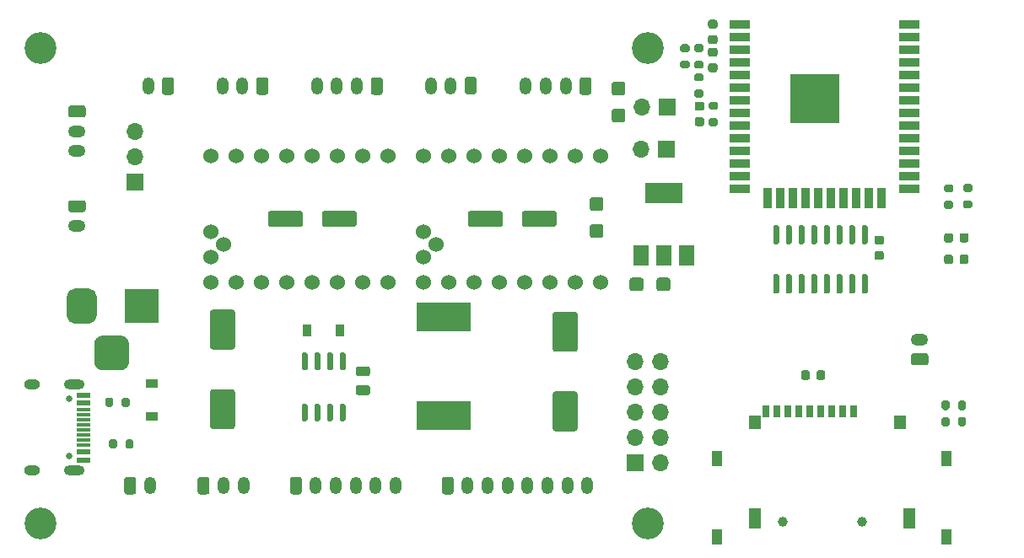
<source format=gts>
G04 #@! TF.GenerationSoftware,KiCad,Pcbnew,(5.1.10)-1*
G04 #@! TF.CreationDate,2022-06-03T14:06:02+01:00*
G04 #@! TF.ProjectId,ESP32_Plotter_Controller_revB1,45535033-325f-4506-9c6f-747465725f43,rev?*
G04 #@! TF.SameCoordinates,Original*
G04 #@! TF.FileFunction,Soldermask,Top*
G04 #@! TF.FilePolarity,Negative*
%FSLAX46Y46*%
G04 Gerber Fmt 4.6, Leading zero omitted, Abs format (unit mm)*
G04 Created by KiCad (PCBNEW (5.1.10)-1) date 2022-06-03 14:06:02*
%MOMM*%
%LPD*%
G01*
G04 APERTURE LIST*
%ADD10R,2.000000X0.900000*%
%ADD11R,0.900000X2.000000*%
%ADD12R,5.000000X5.000000*%
%ADD13R,1.200000X0.900000*%
%ADD14R,0.900000X1.200000*%
%ADD15O,1.200000X1.750000*%
%ADD16R,1.450000X0.600000*%
%ADD17R,1.450000X0.300000*%
%ADD18O,2.100000X1.000000*%
%ADD19C,0.650000*%
%ADD20O,1.600000X1.000000*%
%ADD21R,3.500000X3.500000*%
%ADD22C,1.524000*%
%ADD23C,3.200000*%
%ADD24O,1.700000X1.700000*%
%ADD25R,1.700000X1.700000*%
%ADD26R,5.400000X2.900000*%
%ADD27R,1.500000X2.000000*%
%ADD28R,3.800000X2.000000*%
%ADD29O,1.750000X1.200000*%
%ADD30R,1.000000X1.500000*%
%ADD31C,1.000000*%
%ADD32R,1.200000X2.000000*%
%ADD33R,1.200000X1.400000*%
%ADD34R,0.700000X1.300000*%
G04 APERTURE END LIST*
D10*
X116450000Y-70485000D03*
X116450000Y-71755000D03*
X116450000Y-73025000D03*
X116450000Y-74295000D03*
X116450000Y-75565000D03*
X116450000Y-76835000D03*
X116450000Y-78105000D03*
X116450000Y-79375000D03*
X116450000Y-80645000D03*
X116450000Y-81915000D03*
X116450000Y-83185000D03*
X116450000Y-84455000D03*
X116450000Y-85725000D03*
X116450000Y-86995000D03*
D11*
X113665000Y-87995000D03*
X112395000Y-87995000D03*
X111125000Y-87995000D03*
X109855000Y-87995000D03*
X108585000Y-87995000D03*
X107315000Y-87995000D03*
X106045000Y-87995000D03*
X104775000Y-87995000D03*
X103505000Y-87995000D03*
X102235000Y-87995000D03*
D10*
X99450000Y-86995000D03*
X99450000Y-85725000D03*
X99450000Y-84455000D03*
X99450000Y-83185000D03*
X99450000Y-81915000D03*
X99450000Y-80645000D03*
X99450000Y-79375000D03*
X99450000Y-78105000D03*
X99450000Y-76835000D03*
X99450000Y-75565000D03*
X99450000Y-74295000D03*
X99450000Y-73025000D03*
X99450000Y-71755000D03*
X99450000Y-70485000D03*
D12*
X106950000Y-77985000D03*
G36*
G01*
X59413000Y-108634000D02*
X59713000Y-108634000D01*
G75*
G02*
X59863000Y-108784000I0J-150000D01*
G01*
X59863000Y-110234000D01*
G75*
G02*
X59713000Y-110384000I-150000J0D01*
G01*
X59413000Y-110384000D01*
G75*
G02*
X59263000Y-110234000I0J150000D01*
G01*
X59263000Y-108784000D01*
G75*
G02*
X59413000Y-108634000I150000J0D01*
G01*
G37*
G36*
G01*
X58143000Y-108634000D02*
X58443000Y-108634000D01*
G75*
G02*
X58593000Y-108784000I0J-150000D01*
G01*
X58593000Y-110234000D01*
G75*
G02*
X58443000Y-110384000I-150000J0D01*
G01*
X58143000Y-110384000D01*
G75*
G02*
X57993000Y-110234000I0J150000D01*
G01*
X57993000Y-108784000D01*
G75*
G02*
X58143000Y-108634000I150000J0D01*
G01*
G37*
G36*
G01*
X56873000Y-108634000D02*
X57173000Y-108634000D01*
G75*
G02*
X57323000Y-108784000I0J-150000D01*
G01*
X57323000Y-110234000D01*
G75*
G02*
X57173000Y-110384000I-150000J0D01*
G01*
X56873000Y-110384000D01*
G75*
G02*
X56723000Y-110234000I0J150000D01*
G01*
X56723000Y-108784000D01*
G75*
G02*
X56873000Y-108634000I150000J0D01*
G01*
G37*
G36*
G01*
X55603000Y-108634000D02*
X55903000Y-108634000D01*
G75*
G02*
X56053000Y-108784000I0J-150000D01*
G01*
X56053000Y-110234000D01*
G75*
G02*
X55903000Y-110384000I-150000J0D01*
G01*
X55603000Y-110384000D01*
G75*
G02*
X55453000Y-110234000I0J150000D01*
G01*
X55453000Y-108784000D01*
G75*
G02*
X55603000Y-108634000I150000J0D01*
G01*
G37*
G36*
G01*
X55603000Y-103484000D02*
X55903000Y-103484000D01*
G75*
G02*
X56053000Y-103634000I0J-150000D01*
G01*
X56053000Y-105084000D01*
G75*
G02*
X55903000Y-105234000I-150000J0D01*
G01*
X55603000Y-105234000D01*
G75*
G02*
X55453000Y-105084000I0J150000D01*
G01*
X55453000Y-103634000D01*
G75*
G02*
X55603000Y-103484000I150000J0D01*
G01*
G37*
G36*
G01*
X56873000Y-103484000D02*
X57173000Y-103484000D01*
G75*
G02*
X57323000Y-103634000I0J-150000D01*
G01*
X57323000Y-105084000D01*
G75*
G02*
X57173000Y-105234000I-150000J0D01*
G01*
X56873000Y-105234000D01*
G75*
G02*
X56723000Y-105084000I0J150000D01*
G01*
X56723000Y-103634000D01*
G75*
G02*
X56873000Y-103484000I150000J0D01*
G01*
G37*
G36*
G01*
X58143000Y-103484000D02*
X58443000Y-103484000D01*
G75*
G02*
X58593000Y-103634000I0J-150000D01*
G01*
X58593000Y-105084000D01*
G75*
G02*
X58443000Y-105234000I-150000J0D01*
G01*
X58143000Y-105234000D01*
G75*
G02*
X57993000Y-105084000I0J150000D01*
G01*
X57993000Y-103634000D01*
G75*
G02*
X58143000Y-103484000I150000J0D01*
G01*
G37*
G36*
G01*
X59413000Y-103484000D02*
X59713000Y-103484000D01*
G75*
G02*
X59863000Y-103634000I0J-150000D01*
G01*
X59863000Y-105084000D01*
G75*
G02*
X59713000Y-105234000I-150000J0D01*
G01*
X59413000Y-105234000D01*
G75*
G02*
X59263000Y-105084000I0J150000D01*
G01*
X59263000Y-103634000D01*
G75*
G02*
X59413000Y-103484000I150000J0D01*
G01*
G37*
D13*
X40386000Y-106554000D03*
X40386000Y-109854000D03*
D14*
X56008000Y-101219000D03*
X59308000Y-101219000D03*
G36*
G01*
X85464201Y-89266000D02*
X84614199Y-89266000D01*
G75*
G02*
X84364200Y-89016001I0J249999D01*
G01*
X84364200Y-88115999D01*
G75*
G02*
X84614199Y-87866000I249999J0D01*
G01*
X85464201Y-87866000D01*
G75*
G02*
X85714200Y-88115999I0J-249999D01*
G01*
X85714200Y-89016001D01*
G75*
G02*
X85464201Y-89266000I-249999J0D01*
G01*
G37*
G36*
G01*
X85464201Y-91966000D02*
X84614199Y-91966000D01*
G75*
G02*
X84364200Y-91716001I0J249999D01*
G01*
X84364200Y-90815999D01*
G75*
G02*
X84614199Y-90566000I249999J0D01*
G01*
X85464201Y-90566000D01*
G75*
G02*
X85714200Y-90815999I0J-249999D01*
G01*
X85714200Y-91716001D01*
G75*
G02*
X85464201Y-91966000I-249999J0D01*
G01*
G37*
G36*
G01*
X89757500Y-96196599D02*
X89757500Y-97046601D01*
G75*
G02*
X89507501Y-97296600I-249999J0D01*
G01*
X88607499Y-97296600D01*
G75*
G02*
X88357500Y-97046601I0J249999D01*
G01*
X88357500Y-96196599D01*
G75*
G02*
X88607499Y-95946600I249999J0D01*
G01*
X89507501Y-95946600D01*
G75*
G02*
X89757500Y-96196599I0J-249999D01*
G01*
G37*
G36*
G01*
X92457500Y-96196599D02*
X92457500Y-97046601D01*
G75*
G02*
X92207501Y-97296600I-249999J0D01*
G01*
X91307499Y-97296600D01*
G75*
G02*
X91057500Y-97046601I0J249999D01*
G01*
X91057500Y-96196599D01*
G75*
G02*
X91307499Y-95946600I249999J0D01*
G01*
X92207501Y-95946600D01*
G75*
G02*
X92457500Y-96196599I0J-249999D01*
G01*
G37*
G36*
G01*
X111801000Y-95607000D02*
X112101000Y-95607000D01*
G75*
G02*
X112251000Y-95757000I0J-150000D01*
G01*
X112251000Y-97407000D01*
G75*
G02*
X112101000Y-97557000I-150000J0D01*
G01*
X111801000Y-97557000D01*
G75*
G02*
X111651000Y-97407000I0J150000D01*
G01*
X111651000Y-95757000D01*
G75*
G02*
X111801000Y-95607000I150000J0D01*
G01*
G37*
G36*
G01*
X110531000Y-95607000D02*
X110831000Y-95607000D01*
G75*
G02*
X110981000Y-95757000I0J-150000D01*
G01*
X110981000Y-97407000D01*
G75*
G02*
X110831000Y-97557000I-150000J0D01*
G01*
X110531000Y-97557000D01*
G75*
G02*
X110381000Y-97407000I0J150000D01*
G01*
X110381000Y-95757000D01*
G75*
G02*
X110531000Y-95607000I150000J0D01*
G01*
G37*
G36*
G01*
X109261000Y-95607000D02*
X109561000Y-95607000D01*
G75*
G02*
X109711000Y-95757000I0J-150000D01*
G01*
X109711000Y-97407000D01*
G75*
G02*
X109561000Y-97557000I-150000J0D01*
G01*
X109261000Y-97557000D01*
G75*
G02*
X109111000Y-97407000I0J150000D01*
G01*
X109111000Y-95757000D01*
G75*
G02*
X109261000Y-95607000I150000J0D01*
G01*
G37*
G36*
G01*
X107991000Y-95607000D02*
X108291000Y-95607000D01*
G75*
G02*
X108441000Y-95757000I0J-150000D01*
G01*
X108441000Y-97407000D01*
G75*
G02*
X108291000Y-97557000I-150000J0D01*
G01*
X107991000Y-97557000D01*
G75*
G02*
X107841000Y-97407000I0J150000D01*
G01*
X107841000Y-95757000D01*
G75*
G02*
X107991000Y-95607000I150000J0D01*
G01*
G37*
G36*
G01*
X106721000Y-95607000D02*
X107021000Y-95607000D01*
G75*
G02*
X107171000Y-95757000I0J-150000D01*
G01*
X107171000Y-97407000D01*
G75*
G02*
X107021000Y-97557000I-150000J0D01*
G01*
X106721000Y-97557000D01*
G75*
G02*
X106571000Y-97407000I0J150000D01*
G01*
X106571000Y-95757000D01*
G75*
G02*
X106721000Y-95607000I150000J0D01*
G01*
G37*
G36*
G01*
X105451000Y-95607000D02*
X105751000Y-95607000D01*
G75*
G02*
X105901000Y-95757000I0J-150000D01*
G01*
X105901000Y-97407000D01*
G75*
G02*
X105751000Y-97557000I-150000J0D01*
G01*
X105451000Y-97557000D01*
G75*
G02*
X105301000Y-97407000I0J150000D01*
G01*
X105301000Y-95757000D01*
G75*
G02*
X105451000Y-95607000I150000J0D01*
G01*
G37*
G36*
G01*
X104181000Y-95607000D02*
X104481000Y-95607000D01*
G75*
G02*
X104631000Y-95757000I0J-150000D01*
G01*
X104631000Y-97407000D01*
G75*
G02*
X104481000Y-97557000I-150000J0D01*
G01*
X104181000Y-97557000D01*
G75*
G02*
X104031000Y-97407000I0J150000D01*
G01*
X104031000Y-95757000D01*
G75*
G02*
X104181000Y-95607000I150000J0D01*
G01*
G37*
G36*
G01*
X102911000Y-95607000D02*
X103211000Y-95607000D01*
G75*
G02*
X103361000Y-95757000I0J-150000D01*
G01*
X103361000Y-97407000D01*
G75*
G02*
X103211000Y-97557000I-150000J0D01*
G01*
X102911000Y-97557000D01*
G75*
G02*
X102761000Y-97407000I0J150000D01*
G01*
X102761000Y-95757000D01*
G75*
G02*
X102911000Y-95607000I150000J0D01*
G01*
G37*
G36*
G01*
X102911000Y-90657000D02*
X103211000Y-90657000D01*
G75*
G02*
X103361000Y-90807000I0J-150000D01*
G01*
X103361000Y-92457000D01*
G75*
G02*
X103211000Y-92607000I-150000J0D01*
G01*
X102911000Y-92607000D01*
G75*
G02*
X102761000Y-92457000I0J150000D01*
G01*
X102761000Y-90807000D01*
G75*
G02*
X102911000Y-90657000I150000J0D01*
G01*
G37*
G36*
G01*
X104181000Y-90657000D02*
X104481000Y-90657000D01*
G75*
G02*
X104631000Y-90807000I0J-150000D01*
G01*
X104631000Y-92457000D01*
G75*
G02*
X104481000Y-92607000I-150000J0D01*
G01*
X104181000Y-92607000D01*
G75*
G02*
X104031000Y-92457000I0J150000D01*
G01*
X104031000Y-90807000D01*
G75*
G02*
X104181000Y-90657000I150000J0D01*
G01*
G37*
G36*
G01*
X105451000Y-90657000D02*
X105751000Y-90657000D01*
G75*
G02*
X105901000Y-90807000I0J-150000D01*
G01*
X105901000Y-92457000D01*
G75*
G02*
X105751000Y-92607000I-150000J0D01*
G01*
X105451000Y-92607000D01*
G75*
G02*
X105301000Y-92457000I0J150000D01*
G01*
X105301000Y-90807000D01*
G75*
G02*
X105451000Y-90657000I150000J0D01*
G01*
G37*
G36*
G01*
X106721000Y-90657000D02*
X107021000Y-90657000D01*
G75*
G02*
X107171000Y-90807000I0J-150000D01*
G01*
X107171000Y-92457000D01*
G75*
G02*
X107021000Y-92607000I-150000J0D01*
G01*
X106721000Y-92607000D01*
G75*
G02*
X106571000Y-92457000I0J150000D01*
G01*
X106571000Y-90807000D01*
G75*
G02*
X106721000Y-90657000I150000J0D01*
G01*
G37*
G36*
G01*
X107991000Y-90657000D02*
X108291000Y-90657000D01*
G75*
G02*
X108441000Y-90807000I0J-150000D01*
G01*
X108441000Y-92457000D01*
G75*
G02*
X108291000Y-92607000I-150000J0D01*
G01*
X107991000Y-92607000D01*
G75*
G02*
X107841000Y-92457000I0J150000D01*
G01*
X107841000Y-90807000D01*
G75*
G02*
X107991000Y-90657000I150000J0D01*
G01*
G37*
G36*
G01*
X109261000Y-90657000D02*
X109561000Y-90657000D01*
G75*
G02*
X109711000Y-90807000I0J-150000D01*
G01*
X109711000Y-92457000D01*
G75*
G02*
X109561000Y-92607000I-150000J0D01*
G01*
X109261000Y-92607000D01*
G75*
G02*
X109111000Y-92457000I0J150000D01*
G01*
X109111000Y-90807000D01*
G75*
G02*
X109261000Y-90657000I150000J0D01*
G01*
G37*
G36*
G01*
X110531000Y-90657000D02*
X110831000Y-90657000D01*
G75*
G02*
X110981000Y-90807000I0J-150000D01*
G01*
X110981000Y-92457000D01*
G75*
G02*
X110831000Y-92607000I-150000J0D01*
G01*
X110531000Y-92607000D01*
G75*
G02*
X110381000Y-92457000I0J150000D01*
G01*
X110381000Y-90807000D01*
G75*
G02*
X110531000Y-90657000I150000J0D01*
G01*
G37*
G36*
G01*
X111801000Y-90657000D02*
X112101000Y-90657000D01*
G75*
G02*
X112251000Y-90807000I0J-150000D01*
G01*
X112251000Y-92457000D01*
G75*
G02*
X112101000Y-92607000I-150000J0D01*
G01*
X111801000Y-92607000D01*
G75*
G02*
X111651000Y-92457000I0J150000D01*
G01*
X111651000Y-90807000D01*
G75*
G02*
X111801000Y-90657000I150000J0D01*
G01*
G37*
G36*
G01*
X93641500Y-72498000D02*
X94191500Y-72498000D01*
G75*
G02*
X94391500Y-72698000I0J-200000D01*
G01*
X94391500Y-73098000D01*
G75*
G02*
X94191500Y-73298000I-200000J0D01*
G01*
X93641500Y-73298000D01*
G75*
G02*
X93441500Y-73098000I0J200000D01*
G01*
X93441500Y-72698000D01*
G75*
G02*
X93641500Y-72498000I200000J0D01*
G01*
G37*
G36*
G01*
X93641500Y-74148000D02*
X94191500Y-74148000D01*
G75*
G02*
X94391500Y-74348000I0J-200000D01*
G01*
X94391500Y-74748000D01*
G75*
G02*
X94191500Y-74948000I-200000J0D01*
G01*
X93641500Y-74948000D01*
G75*
G02*
X93441500Y-74748000I0J200000D01*
G01*
X93441500Y-74348000D01*
G75*
G02*
X93641500Y-74148000I200000J0D01*
G01*
G37*
D15*
X40227000Y-116840000D03*
G36*
G01*
X37627000Y-117465001D02*
X37627000Y-116214999D01*
G75*
G02*
X37876999Y-115965000I249999J0D01*
G01*
X38577001Y-115965000D01*
G75*
G02*
X38827000Y-116214999I0J-249999D01*
G01*
X38827000Y-117465001D01*
G75*
G02*
X38577001Y-117715000I-249999J0D01*
G01*
X37876999Y-117715000D01*
G75*
G02*
X37627000Y-117465001I0J249999D01*
G01*
G37*
X84104000Y-116840000D03*
X82104000Y-116840000D03*
X80104000Y-116840000D03*
X78104000Y-116840000D03*
X76104000Y-116840000D03*
X74104000Y-116840000D03*
X72104000Y-116840000D03*
G36*
G01*
X69504000Y-117465001D02*
X69504000Y-116214999D01*
G75*
G02*
X69753999Y-115965000I249999J0D01*
G01*
X70454001Y-115965000D01*
G75*
G02*
X70704000Y-116214999I0J-249999D01*
G01*
X70704000Y-117465001D01*
G75*
G02*
X70454001Y-117715000I-249999J0D01*
G01*
X69753999Y-117715000D01*
G75*
G02*
X69504000Y-117465001I0J249999D01*
G01*
G37*
X49593000Y-116840000D03*
X47593000Y-116840000D03*
G36*
G01*
X44993000Y-117465001D02*
X44993000Y-116214999D01*
G75*
G02*
X45242999Y-115965000I249999J0D01*
G01*
X45943001Y-115965000D01*
G75*
G02*
X46193000Y-116214999I0J-249999D01*
G01*
X46193000Y-117465001D01*
G75*
G02*
X45943001Y-117715000I-249999J0D01*
G01*
X45242999Y-117715000D01*
G75*
G02*
X44993000Y-117465001I0J249999D01*
G01*
G37*
X64864000Y-116840000D03*
X62864000Y-116840000D03*
X60864000Y-116840000D03*
X58864000Y-116840000D03*
X56864000Y-116840000D03*
G36*
G01*
X54264000Y-117465001D02*
X54264000Y-116214999D01*
G75*
G02*
X54513999Y-115965000I249999J0D01*
G01*
X55214001Y-115965000D01*
G75*
G02*
X55464000Y-116214999I0J-249999D01*
G01*
X55464000Y-117465001D01*
G75*
G02*
X55214001Y-117715000I-249999J0D01*
G01*
X54513999Y-117715000D01*
G75*
G02*
X54264000Y-117465001I0J249999D01*
G01*
G37*
D16*
X33509000Y-114248000D03*
X33509000Y-113448000D03*
X33509000Y-108548000D03*
X33509000Y-107748000D03*
X33509000Y-107748000D03*
X33509000Y-108548000D03*
X33509000Y-113448000D03*
X33509000Y-114248000D03*
D17*
X33509000Y-109248000D03*
X33509000Y-109748000D03*
X33509000Y-110248000D03*
X33509000Y-111248000D03*
X33509000Y-111748000D03*
X33509000Y-112248000D03*
X33509000Y-112748000D03*
X33509000Y-110748000D03*
D18*
X32594000Y-115318000D03*
X32594000Y-106678000D03*
D19*
X32064000Y-108108000D03*
D20*
X28414000Y-106678000D03*
D19*
X32064000Y-113888000D03*
D20*
X28414000Y-115318000D03*
G36*
G01*
X34620000Y-104381000D02*
X34620000Y-102631000D01*
G75*
G02*
X35495000Y-101756000I875000J0D01*
G01*
X37245000Y-101756000D01*
G75*
G02*
X38120000Y-102631000I0J-875000D01*
G01*
X38120000Y-104381000D01*
G75*
G02*
X37245000Y-105256000I-875000J0D01*
G01*
X35495000Y-105256000D01*
G75*
G02*
X34620000Y-104381000I0J875000D01*
G01*
G37*
G36*
G01*
X31870000Y-99806000D02*
X31870000Y-97806000D01*
G75*
G02*
X32620000Y-97056000I750000J0D01*
G01*
X34120000Y-97056000D01*
G75*
G02*
X34870000Y-97806000I0J-750000D01*
G01*
X34870000Y-99806000D01*
G75*
G02*
X34120000Y-100556000I-750000J0D01*
G01*
X32620000Y-100556000D01*
G75*
G02*
X31870000Y-99806000I0J750000D01*
G01*
G37*
D21*
X39370000Y-98806000D03*
D15*
X68408800Y-76657200D03*
X70408800Y-76657200D03*
G36*
G01*
X73008800Y-76032199D02*
X73008800Y-77282201D01*
G75*
G02*
X72758801Y-77532200I-249999J0D01*
G01*
X72058799Y-77532200D01*
G75*
G02*
X71808800Y-77282201I0J249999D01*
G01*
X71808800Y-76032199D01*
G75*
G02*
X72058799Y-75782200I249999J0D01*
G01*
X72758801Y-75782200D01*
G75*
G02*
X73008800Y-76032199I0J-249999D01*
G01*
G37*
X47498500Y-76708000D03*
X49498500Y-76708000D03*
G36*
G01*
X52098500Y-76082999D02*
X52098500Y-77333001D01*
G75*
G02*
X51848501Y-77583000I-249999J0D01*
G01*
X51148499Y-77583000D01*
G75*
G02*
X50898500Y-77333001I0J249999D01*
G01*
X50898500Y-76082999D01*
G75*
G02*
X51148499Y-75833000I249999J0D01*
G01*
X51848501Y-75833000D01*
G75*
G02*
X52098500Y-76082999I0J-249999D01*
G01*
G37*
X56979300Y-76708000D03*
X58979300Y-76708000D03*
X60979300Y-76708000D03*
G36*
G01*
X63579300Y-76082999D02*
X63579300Y-77333001D01*
G75*
G02*
X63329301Y-77583000I-249999J0D01*
G01*
X62629299Y-77583000D01*
G75*
G02*
X62379300Y-77333001I0J249999D01*
G01*
X62379300Y-76082999D01*
G75*
G02*
X62629299Y-75833000I249999J0D01*
G01*
X63329301Y-75833000D01*
G75*
G02*
X63579300Y-76082999I0J-249999D01*
G01*
G37*
X77934300Y-76708000D03*
X79934300Y-76708000D03*
X81934300Y-76708000D03*
G36*
G01*
X84534300Y-76082999D02*
X84534300Y-77333001D01*
G75*
G02*
X84284301Y-77583000I-249999J0D01*
G01*
X83584299Y-77583000D01*
G75*
G02*
X83334300Y-77333001I0J249999D01*
G01*
X83334300Y-76082999D01*
G75*
G02*
X83584299Y-75833000I249999J0D01*
G01*
X84284301Y-75833000D01*
G75*
G02*
X84534300Y-76082999I0J-249999D01*
G01*
G37*
X40024300Y-76708000D03*
G36*
G01*
X42624300Y-76082999D02*
X42624300Y-77333001D01*
G75*
G02*
X42374301Y-77583000I-249999J0D01*
G01*
X41674299Y-77583000D01*
G75*
G02*
X41424300Y-77333001I0J249999D01*
G01*
X41424300Y-76082999D01*
G75*
G02*
X41674299Y-75833000I249999J0D01*
G01*
X42374301Y-75833000D01*
G75*
G02*
X42624300Y-76082999I0J-249999D01*
G01*
G37*
D22*
X68961000Y-92583000D03*
X67691000Y-91313000D03*
X67691000Y-93853000D03*
X85471000Y-96393000D03*
X82931000Y-96393000D03*
X80391000Y-96393000D03*
X77851000Y-96393000D03*
X75311000Y-96393000D03*
X72771000Y-96393000D03*
X70231000Y-96393000D03*
X67691000Y-96393000D03*
X67691000Y-83693000D03*
X70231000Y-83693000D03*
X72771000Y-83693000D03*
X75311000Y-83693000D03*
X77851000Y-83693000D03*
X80391000Y-83693000D03*
X82931000Y-83693000D03*
X85471000Y-83693000D03*
X47625000Y-92583000D03*
X46355000Y-91313000D03*
X46355000Y-93853000D03*
X64135000Y-96393000D03*
X61595000Y-96393000D03*
X59055000Y-96393000D03*
X56515000Y-96393000D03*
X53975000Y-96393000D03*
X51435000Y-96393000D03*
X48895000Y-96393000D03*
X46355000Y-96393000D03*
X46355000Y-83693000D03*
X48895000Y-83693000D03*
X51435000Y-83693000D03*
X53975000Y-83693000D03*
X56515000Y-83693000D03*
X59055000Y-83693000D03*
X61595000Y-83693000D03*
X64135000Y-83693000D03*
D23*
X90170000Y-72898000D03*
X29210000Y-72898000D03*
X90170000Y-120650000D03*
X29210000Y-120650000D03*
G36*
G01*
X46498000Y-107156000D02*
X48498000Y-107156000D01*
G75*
G02*
X48748000Y-107406000I0J-250000D01*
G01*
X48748000Y-110906000D01*
G75*
G02*
X48498000Y-111156000I-250000J0D01*
G01*
X46498000Y-111156000D01*
G75*
G02*
X46248000Y-110906000I0J250000D01*
G01*
X46248000Y-107406000D01*
G75*
G02*
X46498000Y-107156000I250000J0D01*
G01*
G37*
G36*
G01*
X46498000Y-99156000D02*
X48498000Y-99156000D01*
G75*
G02*
X48748000Y-99406000I0J-250000D01*
G01*
X48748000Y-102906000D01*
G75*
G02*
X48498000Y-103156000I-250000J0D01*
G01*
X46498000Y-103156000D01*
G75*
G02*
X46248000Y-102906000I0J250000D01*
G01*
X46248000Y-99406000D01*
G75*
G02*
X46498000Y-99156000I250000J0D01*
G01*
G37*
G36*
G01*
X61120000Y-106749000D02*
X62070000Y-106749000D01*
G75*
G02*
X62320000Y-106999000I0J-250000D01*
G01*
X62320000Y-107499000D01*
G75*
G02*
X62070000Y-107749000I-250000J0D01*
G01*
X61120000Y-107749000D01*
G75*
G02*
X60870000Y-107499000I0J250000D01*
G01*
X60870000Y-106999000D01*
G75*
G02*
X61120000Y-106749000I250000J0D01*
G01*
G37*
G36*
G01*
X61120000Y-104849000D02*
X62070000Y-104849000D01*
G75*
G02*
X62320000Y-105099000I0J-250000D01*
G01*
X62320000Y-105599000D01*
G75*
G02*
X62070000Y-105849000I-250000J0D01*
G01*
X61120000Y-105849000D01*
G75*
G02*
X60870000Y-105599000I0J250000D01*
G01*
X60870000Y-105099000D01*
G75*
G02*
X61120000Y-104849000I250000J0D01*
G01*
G37*
G36*
G01*
X77531000Y-90593000D02*
X77531000Y-89493000D01*
G75*
G02*
X77781000Y-89243000I250000J0D01*
G01*
X80781000Y-89243000D01*
G75*
G02*
X81031000Y-89493000I0J-250000D01*
G01*
X81031000Y-90593000D01*
G75*
G02*
X80781000Y-90843000I-250000J0D01*
G01*
X77781000Y-90843000D01*
G75*
G02*
X77531000Y-90593000I0J250000D01*
G01*
G37*
G36*
G01*
X72131000Y-90593000D02*
X72131000Y-89493000D01*
G75*
G02*
X72381000Y-89243000I250000J0D01*
G01*
X75381000Y-89243000D01*
G75*
G02*
X75631000Y-89493000I0J-250000D01*
G01*
X75631000Y-90593000D01*
G75*
G02*
X75381000Y-90843000I-250000J0D01*
G01*
X72381000Y-90843000D01*
G75*
G02*
X72131000Y-90593000I0J250000D01*
G01*
G37*
G36*
G01*
X57465000Y-90593000D02*
X57465000Y-89493000D01*
G75*
G02*
X57715000Y-89243000I250000J0D01*
G01*
X60715000Y-89243000D01*
G75*
G02*
X60965000Y-89493000I0J-250000D01*
G01*
X60965000Y-90593000D01*
G75*
G02*
X60715000Y-90843000I-250000J0D01*
G01*
X57715000Y-90843000D01*
G75*
G02*
X57465000Y-90593000I0J250000D01*
G01*
G37*
G36*
G01*
X52065000Y-90593000D02*
X52065000Y-89493000D01*
G75*
G02*
X52315000Y-89243000I250000J0D01*
G01*
X55315000Y-89243000D01*
G75*
G02*
X55565000Y-89493000I0J-250000D01*
G01*
X55565000Y-90593000D01*
G75*
G02*
X55315000Y-90843000I-250000J0D01*
G01*
X52315000Y-90843000D01*
G75*
G02*
X52065000Y-90593000I0J250000D01*
G01*
G37*
D24*
X89598500Y-78803500D03*
D25*
X92138500Y-78803500D03*
D24*
X89535000Y-83058000D03*
D25*
X92075000Y-83058000D03*
D24*
X38735000Y-81280000D03*
X38735000Y-83820000D03*
D25*
X38735000Y-86360000D03*
D26*
X69710300Y-109813900D03*
X69710300Y-99913900D03*
G36*
G01*
X95588500Y-73298000D02*
X95038500Y-73298000D01*
G75*
G02*
X94838500Y-73098000I0J200000D01*
G01*
X94838500Y-72698000D01*
G75*
G02*
X95038500Y-72498000I200000J0D01*
G01*
X95588500Y-72498000D01*
G75*
G02*
X95788500Y-72698000I0J-200000D01*
G01*
X95788500Y-73098000D01*
G75*
G02*
X95588500Y-73298000I-200000J0D01*
G01*
G37*
G36*
G01*
X95588500Y-74948000D02*
X95038500Y-74948000D01*
G75*
G02*
X94838500Y-74748000I0J200000D01*
G01*
X94838500Y-74348000D01*
G75*
G02*
X95038500Y-74148000I200000J0D01*
G01*
X95588500Y-74148000D01*
G75*
G02*
X95788500Y-74348000I0J-200000D01*
G01*
X95788500Y-74748000D01*
G75*
G02*
X95588500Y-74948000I-200000J0D01*
G01*
G37*
G36*
G01*
X96499000Y-79927000D02*
X97049000Y-79927000D01*
G75*
G02*
X97249000Y-80127000I0J-200000D01*
G01*
X97249000Y-80527000D01*
G75*
G02*
X97049000Y-80727000I-200000J0D01*
G01*
X96499000Y-80727000D01*
G75*
G02*
X96299000Y-80527000I0J200000D01*
G01*
X96299000Y-80127000D01*
G75*
G02*
X96499000Y-79927000I200000J0D01*
G01*
G37*
G36*
G01*
X96499000Y-78277000D02*
X97049000Y-78277000D01*
G75*
G02*
X97249000Y-78477000I0J-200000D01*
G01*
X97249000Y-78877000D01*
G75*
G02*
X97049000Y-79077000I-200000J0D01*
G01*
X96499000Y-79077000D01*
G75*
G02*
X96299000Y-78877000I0J200000D01*
G01*
X96299000Y-78477000D01*
G75*
G02*
X96499000Y-78277000I200000J0D01*
G01*
G37*
G36*
G01*
X120671000Y-87395000D02*
X120121000Y-87395000D01*
G75*
G02*
X119921000Y-87195000I0J200000D01*
G01*
X119921000Y-86795000D01*
G75*
G02*
X120121000Y-86595000I200000J0D01*
G01*
X120671000Y-86595000D01*
G75*
G02*
X120871000Y-86795000I0J-200000D01*
G01*
X120871000Y-87195000D01*
G75*
G02*
X120671000Y-87395000I-200000J0D01*
G01*
G37*
G36*
G01*
X120671000Y-89045000D02*
X120121000Y-89045000D01*
G75*
G02*
X119921000Y-88845000I0J200000D01*
G01*
X119921000Y-88445000D01*
G75*
G02*
X120121000Y-88245000I200000J0D01*
G01*
X120671000Y-88245000D01*
G75*
G02*
X120871000Y-88445000I0J-200000D01*
G01*
X120871000Y-88845000D01*
G75*
G02*
X120671000Y-89045000I-200000J0D01*
G01*
G37*
G36*
G01*
X122576000Y-87332000D02*
X122026000Y-87332000D01*
G75*
G02*
X121826000Y-87132000I0J200000D01*
G01*
X121826000Y-86732000D01*
G75*
G02*
X122026000Y-86532000I200000J0D01*
G01*
X122576000Y-86532000D01*
G75*
G02*
X122776000Y-86732000I0J-200000D01*
G01*
X122776000Y-87132000D01*
G75*
G02*
X122576000Y-87332000I-200000J0D01*
G01*
G37*
G36*
G01*
X122576000Y-88982000D02*
X122026000Y-88982000D01*
G75*
G02*
X121826000Y-88782000I0J200000D01*
G01*
X121826000Y-88382000D01*
G75*
G02*
X122026000Y-88182000I200000J0D01*
G01*
X122576000Y-88182000D01*
G75*
G02*
X122776000Y-88382000I0J-200000D01*
G01*
X122776000Y-88782000D01*
G75*
G02*
X122576000Y-88982000I-200000J0D01*
G01*
G37*
G36*
G01*
X95127000Y-79827000D02*
X95627000Y-79827000D01*
G75*
G02*
X95852000Y-80052000I0J-225000D01*
G01*
X95852000Y-80502000D01*
G75*
G02*
X95627000Y-80727000I-225000J0D01*
G01*
X95127000Y-80727000D01*
G75*
G02*
X94902000Y-80502000I0J225000D01*
G01*
X94902000Y-80052000D01*
G75*
G02*
X95127000Y-79827000I225000J0D01*
G01*
G37*
G36*
G01*
X95127000Y-78277000D02*
X95627000Y-78277000D01*
G75*
G02*
X95852000Y-78502000I0J-225000D01*
G01*
X95852000Y-78952000D01*
G75*
G02*
X95627000Y-79177000I-225000J0D01*
G01*
X95127000Y-79177000D01*
G75*
G02*
X94902000Y-78952000I0J225000D01*
G01*
X94902000Y-78502000D01*
G75*
G02*
X95127000Y-78277000I225000J0D01*
G01*
G37*
G36*
G01*
X96960500Y-73766500D02*
X96460500Y-73766500D01*
G75*
G02*
X96235500Y-73541500I0J225000D01*
G01*
X96235500Y-73091500D01*
G75*
G02*
X96460500Y-72866500I225000J0D01*
G01*
X96960500Y-72866500D01*
G75*
G02*
X97185500Y-73091500I0J-225000D01*
G01*
X97185500Y-73541500D01*
G75*
G02*
X96960500Y-73766500I-225000J0D01*
G01*
G37*
G36*
G01*
X96960500Y-75316500D02*
X96460500Y-75316500D01*
G75*
G02*
X96235500Y-75091500I0J225000D01*
G01*
X96235500Y-74641500D01*
G75*
G02*
X96460500Y-74416500I225000J0D01*
G01*
X96960500Y-74416500D01*
G75*
G02*
X97185500Y-74641500I0J-225000D01*
G01*
X97185500Y-75091500D01*
G75*
G02*
X96960500Y-75316500I-225000J0D01*
G01*
G37*
D24*
X91440000Y-104394000D03*
X88900000Y-104394000D03*
X91440000Y-106934000D03*
X88900000Y-106934000D03*
X91440000Y-109474000D03*
X88900000Y-109474000D03*
X91440000Y-112014000D03*
X88900000Y-112014000D03*
X91440000Y-114554000D03*
D25*
X88900000Y-114554000D03*
G36*
G01*
X121483000Y-92198000D02*
X121483000Y-91698000D01*
G75*
G02*
X121708000Y-91473000I225000J0D01*
G01*
X122158000Y-91473000D01*
G75*
G02*
X122383000Y-91698000I0J-225000D01*
G01*
X122383000Y-92198000D01*
G75*
G02*
X122158000Y-92423000I-225000J0D01*
G01*
X121708000Y-92423000D01*
G75*
G02*
X121483000Y-92198000I0J225000D01*
G01*
G37*
G36*
G01*
X119933000Y-92198000D02*
X119933000Y-91698000D01*
G75*
G02*
X120158000Y-91473000I225000J0D01*
G01*
X120608000Y-91473000D01*
G75*
G02*
X120833000Y-91698000I0J-225000D01*
G01*
X120833000Y-92198000D01*
G75*
G02*
X120608000Y-92423000I-225000J0D01*
G01*
X120158000Y-92423000D01*
G75*
G02*
X119933000Y-92198000I0J225000D01*
G01*
G37*
G36*
G01*
X120833000Y-93857000D02*
X120833000Y-94357000D01*
G75*
G02*
X120608000Y-94582000I-225000J0D01*
G01*
X120158000Y-94582000D01*
G75*
G02*
X119933000Y-94357000I0J225000D01*
G01*
X119933000Y-93857000D01*
G75*
G02*
X120158000Y-93632000I225000J0D01*
G01*
X120608000Y-93632000D01*
G75*
G02*
X120833000Y-93857000I0J-225000D01*
G01*
G37*
G36*
G01*
X122383000Y-93857000D02*
X122383000Y-94357000D01*
G75*
G02*
X122158000Y-94582000I-225000J0D01*
G01*
X121708000Y-94582000D01*
G75*
G02*
X121483000Y-94357000I0J225000D01*
G01*
X121483000Y-93857000D01*
G75*
G02*
X121708000Y-93632000I225000J0D01*
G01*
X122158000Y-93632000D01*
G75*
G02*
X122383000Y-93857000I0J-225000D01*
G01*
G37*
D27*
X89470200Y-93751800D03*
X94070200Y-93751800D03*
X91770200Y-93751800D03*
D28*
X91770200Y-87451800D03*
D29*
X32893000Y-90773000D03*
G36*
G01*
X32267999Y-88173000D02*
X33518001Y-88173000D01*
G75*
G02*
X33768000Y-88422999I0J-249999D01*
G01*
X33768000Y-89123001D01*
G75*
G02*
X33518001Y-89373000I-249999J0D01*
G01*
X32267999Y-89373000D01*
G75*
G02*
X32018000Y-89123001I0J249999D01*
G01*
X32018000Y-88422999D01*
G75*
G02*
X32267999Y-88173000I249999J0D01*
G01*
G37*
X32893000Y-83248000D03*
X32893000Y-81248000D03*
G36*
G01*
X32267999Y-78648000D02*
X33518001Y-78648000D01*
G75*
G02*
X33768000Y-78897999I0J-249999D01*
G01*
X33768000Y-79598001D01*
G75*
G02*
X33518001Y-79848000I-249999J0D01*
G01*
X32267999Y-79848000D01*
G75*
G02*
X32018000Y-79598001I0J249999D01*
G01*
X32018000Y-78897999D01*
G75*
G02*
X32267999Y-78648000I249999J0D01*
G01*
G37*
X117475000Y-102140000D03*
G36*
G01*
X118100001Y-104740000D02*
X116849999Y-104740000D01*
G75*
G02*
X116600000Y-104490001I0J249999D01*
G01*
X116600000Y-103789999D01*
G75*
G02*
X116849999Y-103540000I249999J0D01*
G01*
X118100001Y-103540000D01*
G75*
G02*
X118350000Y-103789999I0J-249999D01*
G01*
X118350000Y-104490001D01*
G75*
G02*
X118100001Y-104740000I-249999J0D01*
G01*
G37*
D30*
X97155000Y-122022000D03*
X97155000Y-114122000D03*
X120142000Y-122022000D03*
X120142000Y-114122000D03*
G36*
G01*
X37763000Y-112924000D02*
X37763000Y-112374000D01*
G75*
G02*
X37963000Y-112174000I200000J0D01*
G01*
X38363000Y-112174000D01*
G75*
G02*
X38563000Y-112374000I0J-200000D01*
G01*
X38563000Y-112924000D01*
G75*
G02*
X38363000Y-113124000I-200000J0D01*
G01*
X37963000Y-113124000D01*
G75*
G02*
X37763000Y-112924000I0J200000D01*
G01*
G37*
G36*
G01*
X36113000Y-112924000D02*
X36113000Y-112374000D01*
G75*
G02*
X36313000Y-112174000I200000J0D01*
G01*
X36713000Y-112174000D01*
G75*
G02*
X36913000Y-112374000I0J-200000D01*
G01*
X36913000Y-112924000D01*
G75*
G02*
X36713000Y-113124000I-200000J0D01*
G01*
X36313000Y-113124000D01*
G75*
G02*
X36113000Y-112924000I0J200000D01*
G01*
G37*
G36*
G01*
X37382000Y-108733000D02*
X37382000Y-108183000D01*
G75*
G02*
X37582000Y-107983000I200000J0D01*
G01*
X37982000Y-107983000D01*
G75*
G02*
X38182000Y-108183000I0J-200000D01*
G01*
X38182000Y-108733000D01*
G75*
G02*
X37982000Y-108933000I-200000J0D01*
G01*
X37582000Y-108933000D01*
G75*
G02*
X37382000Y-108733000I0J200000D01*
G01*
G37*
G36*
G01*
X35732000Y-108733000D02*
X35732000Y-108183000D01*
G75*
G02*
X35932000Y-107983000I200000J0D01*
G01*
X36332000Y-107983000D01*
G75*
G02*
X36532000Y-108183000I0J-200000D01*
G01*
X36532000Y-108733000D01*
G75*
G02*
X36332000Y-108933000I-200000J0D01*
G01*
X35932000Y-108933000D01*
G75*
G02*
X35732000Y-108733000I0J200000D01*
G01*
G37*
D31*
X111730000Y-120462000D03*
X103730000Y-120462000D03*
D32*
X116430000Y-120162000D03*
X100930000Y-120162000D03*
D33*
X115530000Y-110462000D03*
X100930000Y-110437000D03*
D34*
X110830000Y-109362000D03*
X109730000Y-109362000D03*
X108630000Y-109362000D03*
X107530000Y-109362000D03*
X106430000Y-109362000D03*
X105330000Y-109362000D03*
X104230000Y-109362000D03*
X103130000Y-109362000D03*
X102030000Y-109362000D03*
G36*
G01*
X120479500Y-110151500D02*
X120479500Y-110701500D01*
G75*
G02*
X120279500Y-110901500I-200000J0D01*
G01*
X119879500Y-110901500D01*
G75*
G02*
X119679500Y-110701500I0J200000D01*
G01*
X119679500Y-110151500D01*
G75*
G02*
X119879500Y-109951500I200000J0D01*
G01*
X120279500Y-109951500D01*
G75*
G02*
X120479500Y-110151500I0J-200000D01*
G01*
G37*
G36*
G01*
X122129500Y-110151500D02*
X122129500Y-110701500D01*
G75*
G02*
X121929500Y-110901500I-200000J0D01*
G01*
X121529500Y-110901500D01*
G75*
G02*
X121329500Y-110701500I0J200000D01*
G01*
X121329500Y-110151500D01*
G75*
G02*
X121529500Y-109951500I200000J0D01*
G01*
X121929500Y-109951500D01*
G75*
G02*
X122129500Y-110151500I0J-200000D01*
G01*
G37*
G36*
G01*
X121328500Y-109050500D02*
X121328500Y-108500500D01*
G75*
G02*
X121528500Y-108300500I200000J0D01*
G01*
X121928500Y-108300500D01*
G75*
G02*
X122128500Y-108500500I0J-200000D01*
G01*
X122128500Y-109050500D01*
G75*
G02*
X121928500Y-109250500I-200000J0D01*
G01*
X121528500Y-109250500D01*
G75*
G02*
X121328500Y-109050500I0J200000D01*
G01*
G37*
G36*
G01*
X119678500Y-109050500D02*
X119678500Y-108500500D01*
G75*
G02*
X119878500Y-108300500I200000J0D01*
G01*
X120278500Y-108300500D01*
G75*
G02*
X120478500Y-108500500I0J-200000D01*
G01*
X120478500Y-109050500D01*
G75*
G02*
X120278500Y-109250500I-200000J0D01*
G01*
X119878500Y-109250500D01*
G75*
G02*
X119678500Y-109050500I0J200000D01*
G01*
G37*
G36*
G01*
X95038500Y-77070000D02*
X95588500Y-77070000D01*
G75*
G02*
X95788500Y-77270000I0J-200000D01*
G01*
X95788500Y-77670000D01*
G75*
G02*
X95588500Y-77870000I-200000J0D01*
G01*
X95038500Y-77870000D01*
G75*
G02*
X94838500Y-77670000I0J200000D01*
G01*
X94838500Y-77270000D01*
G75*
G02*
X95038500Y-77070000I200000J0D01*
G01*
G37*
G36*
G01*
X95038500Y-75420000D02*
X95588500Y-75420000D01*
G75*
G02*
X95788500Y-75620000I0J-200000D01*
G01*
X95788500Y-76020000D01*
G75*
G02*
X95588500Y-76220000I-200000J0D01*
G01*
X95038500Y-76220000D01*
G75*
G02*
X94838500Y-76020000I0J200000D01*
G01*
X94838500Y-75620000D01*
G75*
G02*
X95038500Y-75420000I200000J0D01*
G01*
G37*
G36*
G01*
X96960500Y-70935000D02*
X96460500Y-70935000D01*
G75*
G02*
X96235500Y-70710000I0J225000D01*
G01*
X96235500Y-70260000D01*
G75*
G02*
X96460500Y-70035000I225000J0D01*
G01*
X96960500Y-70035000D01*
G75*
G02*
X97185500Y-70260000I0J-225000D01*
G01*
X97185500Y-70710000D01*
G75*
G02*
X96960500Y-70935000I-225000J0D01*
G01*
G37*
G36*
G01*
X96960500Y-72485000D02*
X96460500Y-72485000D01*
G75*
G02*
X96235500Y-72260000I0J225000D01*
G01*
X96235500Y-71810000D01*
G75*
G02*
X96460500Y-71585000I225000J0D01*
G01*
X96960500Y-71585000D01*
G75*
G02*
X97185500Y-71810000I0J-225000D01*
G01*
X97185500Y-72260000D01*
G75*
G02*
X96960500Y-72485000I-225000J0D01*
G01*
G37*
G36*
G01*
X113661000Y-94176600D02*
X113161000Y-94176600D01*
G75*
G02*
X112936000Y-93951600I0J225000D01*
G01*
X112936000Y-93501600D01*
G75*
G02*
X113161000Y-93276600I225000J0D01*
G01*
X113661000Y-93276600D01*
G75*
G02*
X113886000Y-93501600I0J-225000D01*
G01*
X113886000Y-93951600D01*
G75*
G02*
X113661000Y-94176600I-225000J0D01*
G01*
G37*
G36*
G01*
X113661000Y-92626600D02*
X113161000Y-92626600D01*
G75*
G02*
X112936000Y-92401600I0J225000D01*
G01*
X112936000Y-91951600D01*
G75*
G02*
X113161000Y-91726600I225000J0D01*
G01*
X113661000Y-91726600D01*
G75*
G02*
X113886000Y-91951600I0J-225000D01*
G01*
X113886000Y-92401600D01*
G75*
G02*
X113661000Y-92626600I-225000J0D01*
G01*
G37*
G36*
G01*
X108006600Y-105490200D02*
X108006600Y-105990200D01*
G75*
G02*
X107781600Y-106215200I-225000J0D01*
G01*
X107331600Y-106215200D01*
G75*
G02*
X107106600Y-105990200I0J225000D01*
G01*
X107106600Y-105490200D01*
G75*
G02*
X107331600Y-105265200I225000J0D01*
G01*
X107781600Y-105265200D01*
G75*
G02*
X108006600Y-105490200I0J-225000D01*
G01*
G37*
G36*
G01*
X106456600Y-105490200D02*
X106456600Y-105990200D01*
G75*
G02*
X106231600Y-106215200I-225000J0D01*
G01*
X105781600Y-106215200D01*
G75*
G02*
X105556600Y-105990200I0J225000D01*
G01*
X105556600Y-105490200D01*
G75*
G02*
X105781600Y-105265200I225000J0D01*
G01*
X106231600Y-105265200D01*
G75*
G02*
X106456600Y-105490200I0J-225000D01*
G01*
G37*
G36*
G01*
X87674001Y-80362000D02*
X86823999Y-80362000D01*
G75*
G02*
X86574000Y-80112001I0J249999D01*
G01*
X86574000Y-79211999D01*
G75*
G02*
X86823999Y-78962000I249999J0D01*
G01*
X87674001Y-78962000D01*
G75*
G02*
X87924000Y-79211999I0J-249999D01*
G01*
X87924000Y-80112001D01*
G75*
G02*
X87674001Y-80362000I-249999J0D01*
G01*
G37*
G36*
G01*
X87674001Y-77662000D02*
X86823999Y-77662000D01*
G75*
G02*
X86574000Y-77412001I0J249999D01*
G01*
X86574000Y-76511999D01*
G75*
G02*
X86823999Y-76262000I249999J0D01*
G01*
X87674001Y-76262000D01*
G75*
G02*
X87924000Y-76511999I0J-249999D01*
G01*
X87924000Y-77412001D01*
G75*
G02*
X87674001Y-77662000I-249999J0D01*
G01*
G37*
G36*
G01*
X82889600Y-111384600D02*
X80889600Y-111384600D01*
G75*
G02*
X80639600Y-111134600I0J250000D01*
G01*
X80639600Y-107634600D01*
G75*
G02*
X80889600Y-107384600I250000J0D01*
G01*
X82889600Y-107384600D01*
G75*
G02*
X83139600Y-107634600I0J-250000D01*
G01*
X83139600Y-111134600D01*
G75*
G02*
X82889600Y-111384600I-250000J0D01*
G01*
G37*
G36*
G01*
X82889600Y-103384600D02*
X80889600Y-103384600D01*
G75*
G02*
X80639600Y-103134600I0J250000D01*
G01*
X80639600Y-99634600D01*
G75*
G02*
X80889600Y-99384600I250000J0D01*
G01*
X82889600Y-99384600D01*
G75*
G02*
X83139600Y-99634600I0J-250000D01*
G01*
X83139600Y-103134600D01*
G75*
G02*
X82889600Y-103384600I-250000J0D01*
G01*
G37*
M02*

</source>
